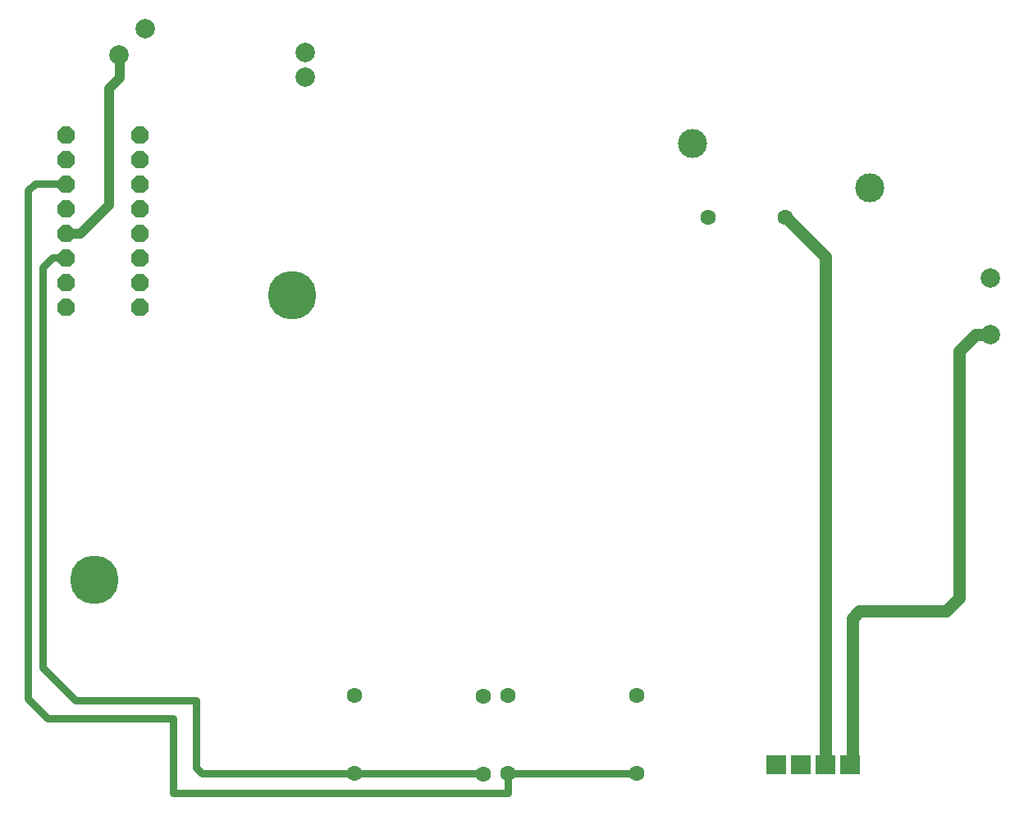
<source format=gbr>
%FSLAX34Y34*%
%MOMM*%
%LNCOPPER_TOP*%
G71*
G01*
%ADD10C, 5.00*%
%ADD11C, 2.00*%
%ADD12C, 3.00*%
%ADD13C, 1.60*%
%ADD14C, 2.00*%
%ADD15C, 1.00*%
%ADD16C, 0.80*%
%ADD17C, 2.00*%
%ADD18C, 1.30*%
%LPD*%
X278610Y-287730D02*
G54D10*
D03*
X999132Y-269676D02*
G54D11*
D03*
X999132Y-328017D02*
G54D11*
D03*
X874313Y-176613D02*
G54D12*
D03*
X691748Y-131370D02*
G54D12*
D03*
X74220Y-581810D02*
G54D10*
D03*
X342990Y-701184D02*
G54D13*
D03*
X342990Y-781352D02*
G54D13*
D03*
X475943Y-701977D02*
G54D13*
D03*
X475943Y-782146D02*
G54D13*
D03*
X500946Y-701183D02*
G54D13*
D03*
X500946Y-781352D02*
G54D13*
D03*
X633899Y-701183D02*
G54D13*
D03*
X633899Y-781352D02*
G54D13*
D03*
G36*
X130396Y-303466D02*
X125130Y-308732D01*
X117660Y-308732D01*
X112396Y-303466D01*
X112396Y-295996D01*
X117660Y-290732D01*
X125130Y-290732D01*
X130396Y-295996D01*
X130396Y-303466D01*
G37*
G36*
X130396Y-278066D02*
X125131Y-283332D01*
X117661Y-283332D01*
X112396Y-278066D01*
X112396Y-270596D01*
X117661Y-265332D01*
X125131Y-265332D01*
X130396Y-270596D01*
X130396Y-278066D01*
G37*
G36*
X130396Y-252667D02*
X125130Y-257932D01*
X117660Y-257932D01*
X112396Y-252667D01*
X112396Y-245197D01*
X117660Y-239932D01*
X125130Y-239932D01*
X130396Y-245197D01*
X130396Y-252667D01*
G37*
G36*
X130396Y-227266D02*
X125130Y-232532D01*
X117660Y-232532D01*
X112396Y-227266D01*
X112396Y-219796D01*
X117660Y-214532D01*
X125130Y-214532D01*
X130396Y-219796D01*
X130396Y-227266D01*
G37*
G36*
X54196Y-303467D02*
X48931Y-308732D01*
X41461Y-308732D01*
X36196Y-303467D01*
X36196Y-295997D01*
X41461Y-290732D01*
X48931Y-290732D01*
X54196Y-295997D01*
X54196Y-303467D01*
G37*
G36*
X54196Y-278066D02*
X48930Y-283332D01*
X41460Y-283332D01*
X36196Y-278066D01*
X36196Y-270596D01*
X41460Y-265332D01*
X48930Y-265332D01*
X54196Y-270596D01*
X54196Y-278066D01*
G37*
G36*
X54196Y-252667D02*
X48930Y-257932D01*
X41460Y-257932D01*
X36196Y-252667D01*
X36196Y-245197D01*
X41460Y-239932D01*
X48930Y-239932D01*
X54196Y-245197D01*
X54196Y-252667D01*
G37*
G36*
X54196Y-227266D02*
X48930Y-232532D01*
X41460Y-232532D01*
X36196Y-227266D01*
X36196Y-219796D01*
X41460Y-214532D01*
X48930Y-214532D01*
X54196Y-219796D01*
X54196Y-227266D01*
G37*
G36*
X130396Y-201866D02*
X125131Y-207132D01*
X117661Y-207132D01*
X112396Y-201866D01*
X112396Y-194396D01*
X117661Y-189132D01*
X125131Y-189132D01*
X130396Y-194396D01*
X130396Y-201866D01*
G37*
G36*
X54196Y-201866D02*
X48930Y-207132D01*
X41460Y-207132D01*
X36196Y-201866D01*
X36196Y-194396D01*
X41460Y-189132D01*
X48930Y-189132D01*
X54196Y-194396D01*
X54196Y-201866D01*
G37*
G36*
X130396Y-176466D02*
X125131Y-181732D01*
X117661Y-181732D01*
X112396Y-176466D01*
X112396Y-168996D01*
X117661Y-163732D01*
X125131Y-163732D01*
X130396Y-168996D01*
X130396Y-176466D01*
G37*
G36*
X130396Y-151066D02*
X125130Y-156332D01*
X117660Y-156332D01*
X112396Y-151066D01*
X112396Y-143596D01*
X117660Y-138332D01*
X125130Y-138332D01*
X130396Y-143596D01*
X130396Y-151066D01*
G37*
G36*
X54196Y-176466D02*
X48930Y-181732D01*
X41460Y-181732D01*
X36196Y-176466D01*
X36196Y-168996D01*
X41460Y-163732D01*
X48930Y-163732D01*
X54196Y-168996D01*
X54196Y-176466D01*
G37*
G36*
X54196Y-151066D02*
X48931Y-156332D01*
X41461Y-156332D01*
X36196Y-151066D01*
X36196Y-143596D01*
X41461Y-138332D01*
X48931Y-138332D01*
X54196Y-143596D01*
X54196Y-151066D01*
G37*
G36*
X130396Y-125666D02*
X125131Y-130932D01*
X117661Y-130932D01*
X112396Y-125666D01*
X112396Y-118196D01*
X117661Y-112932D01*
X125131Y-112932D01*
X130396Y-118196D01*
X130396Y-125666D01*
G37*
G36*
X54196Y-125666D02*
X48931Y-130932D01*
X41461Y-130932D01*
X36196Y-125666D01*
X36196Y-118196D01*
X41461Y-112932D01*
X48931Y-112932D01*
X54196Y-118196D01*
X54196Y-125666D01*
G37*
X100193Y-39438D02*
G54D14*
D03*
X127134Y-12498D02*
G54D14*
D03*
G54D15*
X100806Y-39688D02*
X100806Y-63500D01*
X89694Y-74612D01*
X89694Y-194469D01*
X60325Y-223838D01*
X45640Y-223838D01*
G54D16*
X45244Y-172244D02*
X13494Y-172244D01*
X6350Y-179388D01*
X6350Y-704453D01*
X26590Y-724694D01*
X155972Y-724694D01*
X155972Y-801290D01*
X501253Y-801290D01*
X501253Y-781447D01*
G54D16*
X501253Y-781447D02*
X634206Y-781447D01*
G54D16*
X45244Y-248840D02*
X30956Y-248840D01*
X21034Y-258762D01*
X21034Y-671910D01*
X55166Y-706040D01*
X179784Y-706040D01*
X179784Y-775494D01*
X185738Y-781447D01*
X475853Y-781447D01*
X707560Y-206972D02*
G54D13*
D03*
X787730Y-206972D02*
G54D13*
D03*
X292252Y-36886D02*
G54D17*
D03*
X292252Y-62286D02*
G54D17*
D03*
G36*
X864400Y-762400D02*
X864400Y-782400D01*
X844400Y-782400D01*
X844400Y-762400D01*
X864400Y-762400D01*
G37*
G36*
X839002Y-762399D02*
X839002Y-782399D01*
X819002Y-782399D01*
X819002Y-762399D01*
X839002Y-762399D01*
G37*
G36*
X813602Y-762399D02*
X813602Y-782399D01*
X793602Y-782399D01*
X793602Y-762399D01*
X813602Y-762399D01*
G37*
G36*
X788200Y-762400D02*
X788200Y-782400D01*
X768200Y-782400D01*
X768200Y-762400D01*
X788200Y-762400D01*
G37*
G54D18*
X999331Y-328216D02*
X983853Y-328216D01*
X967184Y-344884D01*
X967184Y-600472D01*
X953690Y-613966D01*
X863997Y-613966D01*
X856456Y-621506D01*
X856456Y-769144D01*
X854075Y-771525D01*
G54D18*
X829072Y-772716D02*
X829072Y-248047D01*
X788194Y-207169D01*
M02*

</source>
